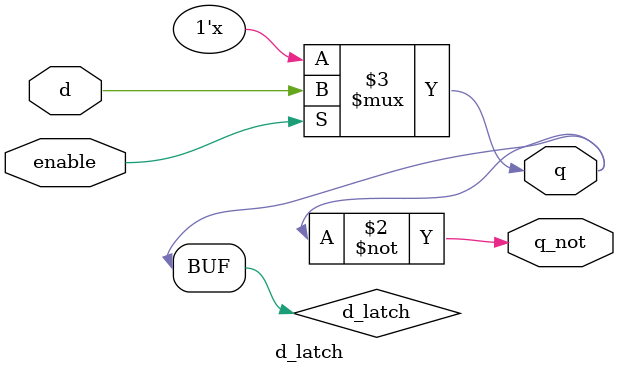
<source format=v>
module d_latch(
    input d,
    input enable,
    output q,
    output q_not
);

    reg d_latch;

    always @( enable or d) begin
        if(enable)
            d_latch <= d;
    end

    assign q = d_latch;
    assign q_not = ~q;

endmodule
</source>
